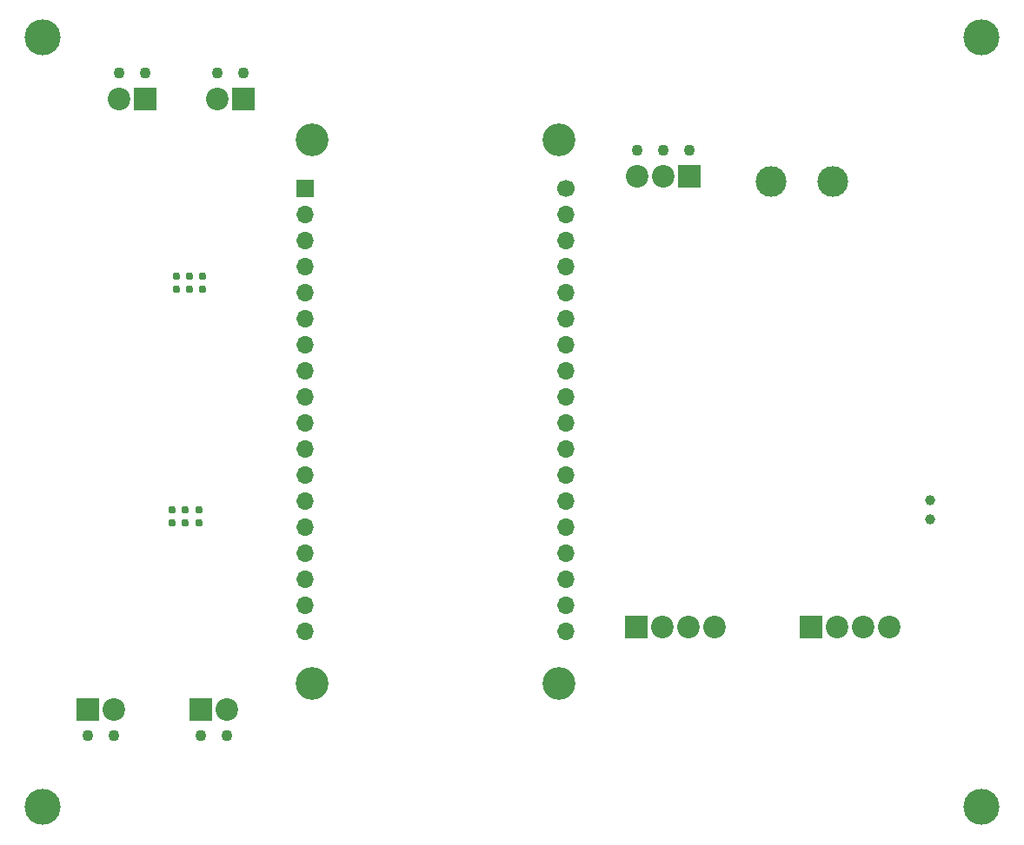
<source format=gbs>
G04 #@! TF.GenerationSoftware,KiCad,Pcbnew,8.0.5*
G04 #@! TF.CreationDate,2024-11-14T17:14:10-08:00*
G04 #@! TF.ProjectId,Predator-Bot-V1,50726564-6174-46f7-922d-426f742d5631,0.01*
G04 #@! TF.SameCoordinates,Original*
G04 #@! TF.FileFunction,Soldermask,Bot*
G04 #@! TF.FilePolarity,Negative*
%FSLAX46Y46*%
G04 Gerber Fmt 4.6, Leading zero omitted, Abs format (unit mm)*
G04 Created by KiCad (PCBNEW 8.0.5) date 2024-11-14 17:14:10*
%MOMM*%
%LPD*%
G01*
G04 APERTURE LIST*
%ADD10C,0.770000*%
%ADD11C,3.200000*%
%ADD12R,1.700000X1.700000*%
%ADD13O,1.700000X1.700000*%
%ADD14C,1.700000*%
%ADD15C,2.200000*%
%ADD16R,2.200000X2.200000*%
%ADD17C,1.100000*%
%ADD18C,1.000000*%
%ADD19C,3.500000*%
%ADD20C,3.000000*%
G04 APERTURE END LIST*
D10*
X115245000Y-106005000D03*
X113945000Y-106005000D03*
X112645000Y-106005000D03*
X115245000Y-107305000D03*
X113945000Y-107305000D03*
X112645000Y-107305000D03*
D11*
X126300000Y-70000000D03*
X126300000Y-123000000D03*
X150300000Y-70000000D03*
X150300000Y-123000000D03*
D12*
X125600000Y-74680000D03*
D13*
X125600000Y-77220000D03*
X125600000Y-79760000D03*
X125600000Y-82300000D03*
X125600000Y-84840000D03*
X125600000Y-87380000D03*
X125600000Y-89920000D03*
X125600000Y-92460000D03*
X125600000Y-95000000D03*
X125600000Y-97540000D03*
X125600000Y-100080000D03*
X125600000Y-102620000D03*
X125600000Y-105160000D03*
X125600000Y-107700000D03*
X125600000Y-110240000D03*
X125600000Y-112780000D03*
X125600000Y-115320000D03*
X125600000Y-117860000D03*
X151000000Y-117860000D03*
X151000000Y-115320000D03*
X151000000Y-112780000D03*
X151000000Y-110240000D03*
X151000000Y-107700000D03*
X151000000Y-105160000D03*
X151000000Y-102620000D03*
X151000000Y-100080000D03*
X151000000Y-97540000D03*
X151000000Y-95000000D03*
X151000000Y-92460000D03*
X151000000Y-89920000D03*
X151000000Y-87380000D03*
X151000000Y-84840000D03*
X151000000Y-82300000D03*
X151000000Y-79760000D03*
X151000000Y-77220000D03*
D14*
X151000000Y-74680000D03*
D15*
X107000000Y-125500000D03*
D16*
X104460000Y-125500000D03*
D17*
X107000000Y-128040000D03*
X104460000Y-128040000D03*
D18*
X186486526Y-105100000D03*
X186486526Y-107000000D03*
D16*
X174880000Y-117500000D03*
D15*
X177420000Y-117500000D03*
X179960000Y-117500000D03*
X182500000Y-117500000D03*
D19*
X191500000Y-60000000D03*
X100000000Y-60000000D03*
D15*
X117000000Y-66000000D03*
D16*
X119540000Y-66000000D03*
D17*
X117000000Y-63460000D03*
X119540000Y-63460000D03*
X163000000Y-70960000D03*
X160460000Y-70960000D03*
X157920000Y-70960000D03*
D16*
X163000000Y-73500000D03*
D15*
X160460000Y-73500000D03*
X157920000Y-73500000D03*
D20*
X171000000Y-74000000D03*
D19*
X100000000Y-135000000D03*
X191500000Y-135000000D03*
D15*
X107460000Y-66000000D03*
D16*
X110000000Y-66000000D03*
D17*
X107460000Y-63460000D03*
X110000000Y-63460000D03*
D10*
X115630000Y-83220000D03*
X114330000Y-83220000D03*
X113030000Y-83220000D03*
X115630000Y-84520000D03*
X114330000Y-84520000D03*
X113030000Y-84520000D03*
D20*
X177000000Y-74000000D03*
D15*
X118000000Y-125500000D03*
D16*
X115460000Y-125500000D03*
D17*
X118000000Y-128040000D03*
X115460000Y-128040000D03*
D15*
X165500000Y-117500000D03*
X162960000Y-117500000D03*
X160420000Y-117500000D03*
D16*
X157880000Y-117500000D03*
M02*

</source>
